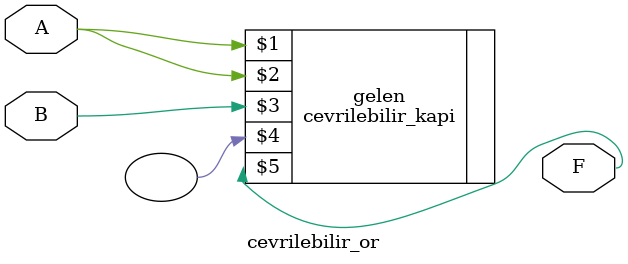
<source format=v>
`timescale 1ns / 1ps


module cevrilebilir_or(
    input A,B,
    output F
    );
    cevrilebilir_kapi gelen(A,A,B, ,F, );
endmodule

</source>
